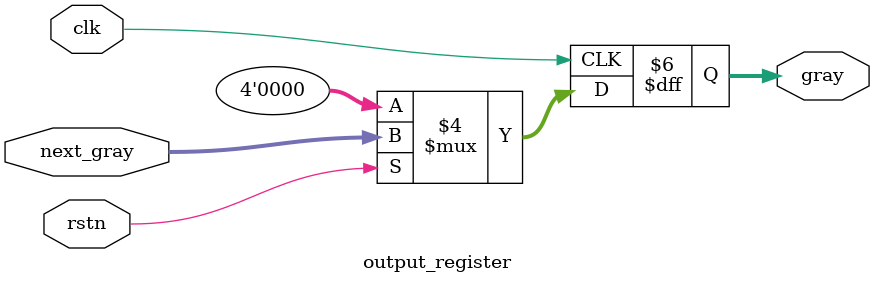
<source format=sv>
module gray_counter #(parameter W=4) (
    input  logic clk, rstn,
    output logic [W-1:0] gray
);
    // 内部信号连接
    logic [W-1:0] bin;
    logic [W-1:0] next_bin;
    logic [W-1:0] next_gray;
    
    // 二进制计数器子模块实例化
    binary_counter #(
        .WIDTH(W)
    ) bin_counter_inst (
        .clk      (clk),
        .rstn     (rstn),
        .bin      (bin),
        .next_bin (next_bin)
    );
    
    // 二进制到格雷码转换子模块实例化
    bin2gray_converter #(
        .WIDTH(W)
    ) converter_inst (
        .bin_value  (next_bin),
        .gray_value (next_gray)
    );
    
    // 格雷码输出寄存器子模块实例化
    output_register #(
        .WIDTH(W)
    ) output_reg_inst (
        .clk       (clk),
        .rstn      (rstn),
        .next_gray (next_gray),
        .gray      (gray)
    );
endmodule

// 二进制计数器子模块
module binary_counter #(parameter WIDTH=4) (
    input  logic clk, rstn,
    output logic [WIDTH-1:0] bin,
    output logic [WIDTH-1:0] next_bin
);
    // 计算下一个二进制值
    assign next_bin = bin + 1'b1;
    
    // 二进制计数器时序逻辑
    always_ff @(posedge clk) begin
        if (!rstn) begin
            bin <= '0;
        end
        else begin
            bin <= next_bin;
        end
    end
endmodule

// 二进制到格雷码转换子模块
module bin2gray_converter #(parameter WIDTH=4) (
    input  logic [WIDTH-1:0] bin_value,
    output logic [WIDTH-1:0] gray_value
);
    // 二进制到格雷码的组合逻辑转换
    assign gray_value = (bin_value >> 1) ^ bin_value;
endmodule

// 格雷码输出寄存器子模块
module output_register #(parameter WIDTH=4) (
    input  logic clk, rstn,
    input  logic [WIDTH-1:0] next_gray,
    output logic [WIDTH-1:0] gray
);
    // 格雷码输出寄存器
    always_ff @(posedge clk) begin
        if (!rstn) begin
            gray <= '0;
        end
        else begin
            gray <= next_gray;
        end
    end
endmodule
</source>
